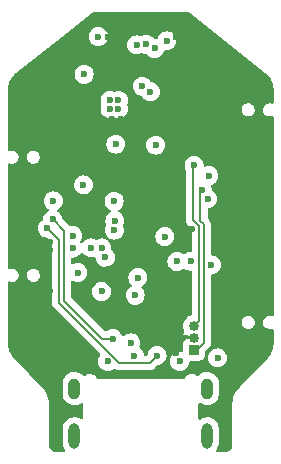
<source format=gbr>
G04 #@! TF.GenerationSoftware,KiCad,Pcbnew,7.0.5*
G04 #@! TF.CreationDate,2023-08-30T18:19:32+03:00*
G04 #@! TF.ProjectId,USB_duck_v2,5553425f-6475-4636-9b5f-76322e6b6963,rev?*
G04 #@! TF.SameCoordinates,Original*
G04 #@! TF.FileFunction,Copper,L3,Inr*
G04 #@! TF.FilePolarity,Positive*
%FSLAX46Y46*%
G04 Gerber Fmt 4.6, Leading zero omitted, Abs format (unit mm)*
G04 Created by KiCad (PCBNEW 7.0.5) date 2023-08-30 18:19:32*
%MOMM*%
%LPD*%
G01*
G04 APERTURE LIST*
G04 #@! TA.AperFunction,ComponentPad*
%ADD10R,0.850000X0.850000*%
G04 #@! TD*
G04 #@! TA.AperFunction,ComponentPad*
%ADD11O,0.850000X0.850000*%
G04 #@! TD*
G04 #@! TA.AperFunction,ComponentPad*
%ADD12O,1.000000X1.800000*%
G04 #@! TD*
G04 #@! TA.AperFunction,ComponentPad*
%ADD13O,0.950000X2.150000*%
G04 #@! TD*
G04 #@! TA.AperFunction,ViaPad*
%ADD14C,0.600000*%
G04 #@! TD*
G04 #@! TA.AperFunction,Conductor*
%ADD15C,0.200000*%
G04 #@! TD*
G04 APERTURE END LIST*
D10*
X4500000Y-27500000D03*
D11*
X4500000Y-26500000D03*
X4500000Y-25500000D03*
D12*
X-5620000Y-30800000D03*
D13*
X-5620000Y-34800000D03*
D12*
X5620000Y-30800000D03*
D13*
X5620000Y-34800000D03*
D14*
X-5100000Y-28900000D03*
X-7698911Y-22500500D03*
X7600000Y-22100000D03*
X-2800000Y-2700000D03*
X-2700000Y-20700000D03*
X-10300000Y-24000000D03*
X-7000000Y-28000000D03*
X2900000Y-3500000D03*
X-7200000Y-29900000D03*
X-1700000Y-8000000D03*
X-7000000Y-27000000D03*
X-6300000Y-29000000D03*
X7800000Y-14800000D03*
X7200000Y-29900000D03*
X8000000Y-8300000D03*
X-2400000Y-8000000D03*
X-7800000Y-5200000D03*
X-1100000Y-10200000D03*
X10200000Y-26400000D03*
X7210000Y-9700000D03*
X4354500Y-17321236D03*
X-4200000Y-29000000D03*
X-6900000Y-13700000D03*
X-7699500Y-19100000D03*
X-1200000Y-5200000D03*
X-10500000Y-14200000D03*
X-7699500Y-18406374D03*
X-2800000Y-1000000D03*
X-3100000Y-25100000D03*
X2390000Y-10180000D03*
X2985061Y-27765141D03*
X4300000Y-29000000D03*
X10500000Y-10300000D03*
X-7000000Y-26000000D03*
X6310000Y-19180000D03*
X2947060Y-1074626D03*
X-5769500Y-18900000D03*
X-5770000Y-17850000D03*
X5978819Y-20321888D03*
X-2110000Y-10110000D03*
X5652503Y-14723601D03*
X-2600000Y-6400000D03*
X-3323911Y-22576089D03*
X-2600000Y-7100000D03*
X6500000Y-28200000D03*
X-3000000Y-19700000D03*
X1270000Y-10190000D03*
X-4850000Y-13550000D03*
X-1900000Y-7100000D03*
X-1900000Y-6400000D03*
X5770000Y-12780000D03*
X-250500Y-21400000D03*
X3300000Y-28500000D03*
X-2800000Y-28500000D03*
X2200181Y-1359891D03*
X-4800000Y-4200000D03*
X-7400000Y-14900000D03*
X-5325000Y-20975000D03*
X453710Y-1644849D03*
X-350500Y-1700000D03*
X1380000Y-27999500D03*
X-7900000Y-17210000D03*
X813966Y-5670000D03*
X114474Y-5200000D03*
X-2371844Y-26559461D03*
X-7450500Y-16480000D03*
X-480000Y-22900000D03*
X-536944Y-28000500D03*
X-854406Y-26923008D03*
X1170000Y-2000000D03*
X-3600000Y-1000000D03*
X-3304891Y-18890000D03*
X3068920Y-20038067D03*
X4214183Y-20014183D03*
X5220000Y-14026406D03*
X4510000Y-11880000D03*
X-2260000Y-14930000D03*
X-2199509Y-16587576D03*
X-2246275Y-17388056D03*
X2034658Y-17925818D03*
X-4215496Y-18883700D03*
D15*
X779500Y-28600000D02*
X-1843504Y-28600000D01*
X-6900000Y-23543504D02*
X-6900000Y-18210000D01*
X1380000Y-27999500D02*
X779500Y-28600000D01*
X-1843504Y-28600000D02*
X-6900000Y-23543504D01*
X-6900000Y-18210000D02*
X-7900000Y-17210000D01*
X-3313318Y-26564500D02*
X-2442318Y-26564500D01*
X-2437279Y-26559461D02*
X-2371844Y-26559461D01*
X-6500000Y-17430500D02*
X-6500000Y-23377818D01*
X-6500000Y-23377818D02*
X-3313318Y-26564500D01*
X-7450500Y-16480000D02*
X-6500000Y-17430500D01*
X-2442318Y-26564500D02*
X-2437279Y-26559461D01*
X5053003Y-16605524D02*
X5354500Y-16907022D01*
X5053003Y-14193403D02*
X5053003Y-16605524D01*
X5354500Y-16907022D02*
X5354500Y-26915500D01*
X5220000Y-14026406D02*
X5053003Y-14193403D01*
X5354500Y-26915500D02*
X4770000Y-27500000D01*
X4770000Y-27500000D02*
X4500000Y-27500000D01*
X4510000Y-11880000D02*
X4450000Y-11940000D01*
X4450000Y-11940000D02*
X4450000Y-16568207D01*
X4450000Y-16568207D02*
X4954500Y-17072707D01*
X4954500Y-25045500D02*
X4500000Y-25500000D01*
X4954500Y-17072707D02*
X4954500Y-25045500D01*
G04 #@! TA.AperFunction,Conductor*
G36*
X4136375Y1029815D02*
G01*
X4146473Y1022587D01*
X10553738Y-4068117D01*
X10553739Y-4068118D01*
X10577531Y-4087021D01*
X10586772Y-4094364D01*
X10589790Y-4096924D01*
X10751915Y-4243663D01*
X10757459Y-4249371D01*
X10868346Y-4379249D01*
X10898130Y-4414133D01*
X10902904Y-4420513D01*
X11021311Y-4601954D01*
X11025229Y-4608893D01*
X11119405Y-4803995D01*
X11122401Y-4811379D01*
X11190803Y-5016945D01*
X11192829Y-5024652D01*
X11234328Y-5237293D01*
X11235349Y-5245195D01*
X11249372Y-5463124D01*
X11249500Y-5467106D01*
X11249500Y-6562706D01*
X11229815Y-6629745D01*
X11177011Y-6675500D01*
X11107853Y-6685444D01*
X11092046Y-6682108D01*
X10975665Y-6649500D01*
X10862342Y-6649500D01*
X10862341Y-6649500D01*
X10750082Y-6664929D01*
X10750079Y-6664930D01*
X10611283Y-6725217D01*
X10493889Y-6820724D01*
X10406623Y-6944352D01*
X10406621Y-6944355D01*
X10355946Y-7086939D01*
X10355946Y-7086942D01*
X10345619Y-7237918D01*
X10345619Y-7237921D01*
X10376405Y-7386078D01*
X10376407Y-7386083D01*
X10376408Y-7386085D01*
X10446029Y-7520447D01*
X10446031Y-7520449D01*
X10446032Y-7520451D01*
X10549318Y-7631043D01*
X10549320Y-7631044D01*
X10678618Y-7709672D01*
X10824335Y-7750500D01*
X10824336Y-7750500D01*
X10937659Y-7750500D01*
X10965723Y-7746642D01*
X11049920Y-7735070D01*
X11076099Y-7723698D01*
X11145427Y-7715044D01*
X11208432Y-7745246D01*
X11245106Y-7804716D01*
X11249500Y-7837432D01*
X11249500Y-24562706D01*
X11229815Y-24629745D01*
X11177011Y-24675500D01*
X11107853Y-24685444D01*
X11092046Y-24682108D01*
X10975665Y-24649500D01*
X10862342Y-24649500D01*
X10862341Y-24649500D01*
X10750082Y-24664929D01*
X10750079Y-24664930D01*
X10611283Y-24725217D01*
X10493889Y-24820724D01*
X10406623Y-24944352D01*
X10406621Y-24944355D01*
X10355946Y-25086939D01*
X10355946Y-25086942D01*
X10345619Y-25237918D01*
X10345619Y-25237921D01*
X10376405Y-25386078D01*
X10376407Y-25386083D01*
X10376408Y-25386085D01*
X10446029Y-25520447D01*
X10446031Y-25520449D01*
X10446032Y-25520451D01*
X10549318Y-25631043D01*
X10549320Y-25631044D01*
X10678618Y-25709672D01*
X10824335Y-25750500D01*
X10824336Y-25750500D01*
X10937659Y-25750500D01*
X10965723Y-25746642D01*
X11049920Y-25735070D01*
X11076099Y-25723698D01*
X11145427Y-25715044D01*
X11208432Y-25745246D01*
X11245106Y-25804716D01*
X11249500Y-25837432D01*
X11249500Y-26986029D01*
X11249372Y-26990013D01*
X11235319Y-27208320D01*
X11234297Y-27216227D01*
X11192757Y-27428972D01*
X11190729Y-27436682D01*
X11122262Y-27642339D01*
X11119264Y-27649723D01*
X11119142Y-27649978D01*
X11024993Y-27844911D01*
X11021072Y-27851852D01*
X10902558Y-28033340D01*
X10897779Y-28039722D01*
X10755644Y-28206080D01*
X10752959Y-28209025D01*
X8367127Y-30663025D01*
X8367087Y-30663070D01*
X8299890Y-30732182D01*
X8299888Y-30732185D01*
X8147473Y-30928112D01*
X8147472Y-30928113D01*
X8017529Y-31139608D01*
X8017521Y-31139622D01*
X7911629Y-31364112D01*
X7911624Y-31364124D01*
X7831058Y-31598905D01*
X7776794Y-31841134D01*
X7749497Y-32087857D01*
X7749500Y-32194065D01*
X7749500Y-35596462D01*
X7749097Y-35603520D01*
X7736898Y-35710079D01*
X7730523Y-35737557D01*
X7698126Y-35828575D01*
X7685706Y-35853901D01*
X7633579Y-35935239D01*
X7615758Y-35957102D01*
X7546597Y-36024556D01*
X7524295Y-36041826D01*
X7441684Y-36091901D01*
X7416057Y-36103683D01*
X7336480Y-36129786D01*
X7324258Y-36133795D01*
X7296630Y-36139480D01*
X7189794Y-36149012D01*
X7182731Y-36149239D01*
X7140398Y-36148181D01*
X7125951Y-36149266D01*
X6524318Y-36149450D01*
X6457272Y-36129786D01*
X6411501Y-36076996D01*
X6401537Y-36007840D01*
X6422505Y-35954614D01*
X6477324Y-35875854D01*
X6555563Y-35693535D01*
X6595500Y-35499199D01*
X6595500Y-34150527D01*
X6580459Y-34002621D01*
X6580459Y-34002619D01*
X6521069Y-33813329D01*
X6521067Y-33813322D01*
X6424784Y-33639854D01*
X6424782Y-33639851D01*
X6295554Y-33489319D01*
X6295553Y-33489317D01*
X6138668Y-33367879D01*
X6138664Y-33367877D01*
X6090450Y-33344227D01*
X5960544Y-33280505D01*
X5960542Y-33280504D01*
X5960539Y-33280503D01*
X5960541Y-33280503D01*
X5768488Y-33230777D01*
X5768482Y-33230776D01*
X5570337Y-33220728D01*
X5570332Y-33220728D01*
X5374235Y-33250768D01*
X5374222Y-33250771D01*
X5188184Y-33319673D01*
X5188175Y-33319677D01*
X5060091Y-33399512D01*
X4992785Y-33418268D01*
X4926025Y-33397659D01*
X4881004Y-33344227D01*
X4870500Y-33294280D01*
X4870500Y-32137849D01*
X4890185Y-32070810D01*
X4942989Y-32025055D01*
X5012147Y-32015111D01*
X5070400Y-32039792D01*
X5088042Y-32053448D01*
X5270729Y-32143060D01*
X5467715Y-32194063D01*
X5670936Y-32204369D01*
X5872071Y-32173556D01*
X6062887Y-32102886D01*
X6235571Y-31995252D01*
X6383053Y-31855059D01*
X6499295Y-31688049D01*
X6579540Y-31501058D01*
X6620500Y-31301741D01*
X6620500Y-30349258D01*
X6607169Y-30218158D01*
X6605074Y-30197560D01*
X6544162Y-30003420D01*
X6544160Y-30003416D01*
X6544159Y-30003412D01*
X6445409Y-29825498D01*
X6445408Y-29825497D01*
X6445407Y-29825495D01*
X6312867Y-29671106D01*
X6312865Y-29671104D01*
X6151962Y-29546554D01*
X6151959Y-29546553D01*
X6151958Y-29546552D01*
X5969271Y-29456940D01*
X5772285Y-29405937D01*
X5772287Y-29405937D01*
X5636804Y-29399066D01*
X5569064Y-29395631D01*
X5569063Y-29395631D01*
X5569061Y-29395631D01*
X5367936Y-29426442D01*
X5367924Y-29426445D01*
X5177118Y-29497111D01*
X5177111Y-29497115D01*
X5004432Y-29604745D01*
X4869082Y-29733405D01*
X4806930Y-29765325D01*
X4737387Y-29758577D01*
X4696771Y-29732007D01*
X4638901Y-29675182D01*
X4520905Y-29602534D01*
X4520906Y-29602534D01*
X4389697Y-29557960D01*
X4389687Y-29557958D01*
X4374430Y-29556380D01*
X4358340Y-29553520D01*
X4357629Y-29553467D01*
X4343770Y-29552435D01*
X4318074Y-29550524D01*
X4316297Y-29550366D01*
X4276141Y-29546212D01*
X4259791Y-29546189D01*
X4251354Y-29545562D01*
X4251353Y-29545562D01*
X4251351Y-29545562D01*
X4179849Y-29556380D01*
X4127949Y-29564232D01*
X4011798Y-29609893D01*
X3908720Y-29680255D01*
X3823885Y-29771785D01*
X3823883Y-29771788D01*
X3823881Y-29771790D01*
X3823882Y-29771790D01*
X3761540Y-29879909D01*
X3761539Y-29879911D01*
X3758062Y-29885942D01*
X3755689Y-29884573D01*
X3718823Y-29928639D01*
X3652135Y-29949481D01*
X3649987Y-29949500D01*
X-3649987Y-29949500D01*
X-3717026Y-29929815D01*
X-3756048Y-29884780D01*
X-3758062Y-29885942D01*
X-3761539Y-29879911D01*
X-3761540Y-29879909D01*
X-3823882Y-29771790D01*
X-3823881Y-29771790D01*
X-3823883Y-29771788D01*
X-3823885Y-29771785D01*
X-3908720Y-29680255D01*
X-4011798Y-29609893D01*
X-4127949Y-29564232D01*
X-4251355Y-29545561D01*
X-4259794Y-29546189D01*
X-4276141Y-29546212D01*
X-4316283Y-29550364D01*
X-4318058Y-29550522D01*
X-4358342Y-29553520D01*
X-4374425Y-29556379D01*
X-4382752Y-29557240D01*
X-4389696Y-29557959D01*
X-4520898Y-29602531D01*
X-4520905Y-29602534D01*
X-4532857Y-29609893D01*
X-4638904Y-29675185D01*
X-4698796Y-29733995D01*
X-4760423Y-29766919D01*
X-4830066Y-29761299D01*
X-4879759Y-29726288D01*
X-4927131Y-29671107D01*
X-4927134Y-29671104D01*
X-5088037Y-29546554D01*
X-5088040Y-29546553D01*
X-5270728Y-29456940D01*
X-5467715Y-29405937D01*
X-5467712Y-29405937D01*
X-5670936Y-29395631D01*
X-5670938Y-29395631D01*
X-5872063Y-29426442D01*
X-5872075Y-29426445D01*
X-6062881Y-29497111D01*
X-6062884Y-29497113D01*
X-6062887Y-29497114D01*
X-6136513Y-29543005D01*
X-6235567Y-29604745D01*
X-6235569Y-29604747D01*
X-6235571Y-29604748D01*
X-6383053Y-29744941D01*
X-6452323Y-29844464D01*
X-6480383Y-29884780D01*
X-6499295Y-29911951D01*
X-6579540Y-30098942D01*
X-6599806Y-30197560D01*
X-6620500Y-30298258D01*
X-6620500Y-31250743D01*
X-6605074Y-31402439D01*
X-6557562Y-31553870D01*
X-6544159Y-31596588D01*
X-6445409Y-31774502D01*
X-6312866Y-31928895D01*
X-6151958Y-32053448D01*
X-5969271Y-32143060D01*
X-5772285Y-32194063D01*
X-5569064Y-32204369D01*
X-5367929Y-32173556D01*
X-5177113Y-32102886D01*
X-5060090Y-32029945D01*
X-4992786Y-32011190D01*
X-4926025Y-32031799D01*
X-4881004Y-32085231D01*
X-4870500Y-32135178D01*
X-4870500Y-33293766D01*
X-4890185Y-33360805D01*
X-4942989Y-33406560D01*
X-5012147Y-33416504D01*
X-5070398Y-33391824D01*
X-5101334Y-33367878D01*
X-5199598Y-33319677D01*
X-5279460Y-33280503D01*
X-5279458Y-33280503D01*
X-5471511Y-33230777D01*
X-5471517Y-33230776D01*
X-5669662Y-33220728D01*
X-5669667Y-33220728D01*
X-5865764Y-33250768D01*
X-5865777Y-33250771D01*
X-6051815Y-33319673D01*
X-6051824Y-33319677D01*
X-6220184Y-33424616D01*
X-6220191Y-33424621D01*
X-6363983Y-33561306D01*
X-6363986Y-33561309D01*
X-6477324Y-33724146D01*
X-6555563Y-33906465D01*
X-6587292Y-34060863D01*
X-6595500Y-34100800D01*
X-6595500Y-35449474D01*
X-6580459Y-35597380D01*
X-6557838Y-35669478D01*
X-6521067Y-35786678D01*
X-6424784Y-35960146D01*
X-6424781Y-35960148D01*
X-6421913Y-35965317D01*
X-6406590Y-36033486D01*
X-6430553Y-36099117D01*
X-6486196Y-36141374D01*
X-6530379Y-36149495D01*
X-7125936Y-36149269D01*
X-7140429Y-36148182D01*
X-7182717Y-36149239D01*
X-7189779Y-36149012D01*
X-7282236Y-36140764D01*
X-7296628Y-36139480D01*
X-7324258Y-36133794D01*
X-7416055Y-36103682D01*
X-7441682Y-36091899D01*
X-7524294Y-36041824D01*
X-7546596Y-36024555D01*
X-7615758Y-35957101D01*
X-7633581Y-35935236D01*
X-7685707Y-35853898D01*
X-7698126Y-35828573D01*
X-7730521Y-35737561D01*
X-7736896Y-35710084D01*
X-7749097Y-35603509D01*
X-7749500Y-35596452D01*
X-7749500Y-32194065D01*
X-7749497Y-32087858D01*
X-7776793Y-31841132D01*
X-7831055Y-31598907D01*
X-7911622Y-31364125D01*
X-8017522Y-31139614D01*
X-8147469Y-30928112D01*
X-8147470Y-30928111D01*
X-8299882Y-30732187D01*
X-8369191Y-30660903D01*
X-8369203Y-30660891D01*
X-8373069Y-30656913D01*
X-8417193Y-30611530D01*
X-8417192Y-30611530D01*
X-9444382Y-29554993D01*
X-10752990Y-28208996D01*
X-10755676Y-28206050D01*
X-10897783Y-28039724D01*
X-10902562Y-28033343D01*
X-11021074Y-27851855D01*
X-11024995Y-27844913D01*
X-11119264Y-27649729D01*
X-11122263Y-27642342D01*
X-11190732Y-27436683D01*
X-11192760Y-27428971D01*
X-11234298Y-27216229D01*
X-11235320Y-27208322D01*
X-11249372Y-26990013D01*
X-11249500Y-26986030D01*
X-11249500Y-21837293D01*
X-11229815Y-21770254D01*
X-11177011Y-21724499D01*
X-11107853Y-21714555D01*
X-11092057Y-21717888D01*
X-10975665Y-21750500D01*
X-10975664Y-21750500D01*
X-10862341Y-21750500D01*
X-10824921Y-21745356D01*
X-10750080Y-21735070D01*
X-10671158Y-21700789D01*
X-10611283Y-21674782D01*
X-10611281Y-21674780D01*
X-10611280Y-21674780D01*
X-10493892Y-21579278D01*
X-10493891Y-21579276D01*
X-10493889Y-21579275D01*
X-10406623Y-21455647D01*
X-10406621Y-21455644D01*
X-10355946Y-21313060D01*
X-10355946Y-21313057D01*
X-10350807Y-21237921D01*
X-9654381Y-21237921D01*
X-9623594Y-21386078D01*
X-9623593Y-21386079D01*
X-9623592Y-21386085D01*
X-9553971Y-21520447D01*
X-9450680Y-21631044D01*
X-9321382Y-21709672D01*
X-9175665Y-21750500D01*
X-9175664Y-21750500D01*
X-9062341Y-21750500D01*
X-9024921Y-21745356D01*
X-8950080Y-21735070D01*
X-8871158Y-21700789D01*
X-8811283Y-21674782D01*
X-8811281Y-21674780D01*
X-8811280Y-21674780D01*
X-8693892Y-21579278D01*
X-8693891Y-21579276D01*
X-8693889Y-21579275D01*
X-8606623Y-21455647D01*
X-8606621Y-21455644D01*
X-8555946Y-21313060D01*
X-8555946Y-21313057D01*
X-8545619Y-21162079D01*
X-8545619Y-21162074D01*
X-8576405Y-21013921D01*
X-8576408Y-21013915D01*
X-8613283Y-20942750D01*
X-8646029Y-20879553D01*
X-8646030Y-20879551D01*
X-8646032Y-20879548D01*
X-8749318Y-20768956D01*
X-8878616Y-20690329D01*
X-8878615Y-20690329D01*
X-8878617Y-20690328D01*
X-8878618Y-20690328D01*
X-9024335Y-20649500D01*
X-9137658Y-20649500D01*
X-9137659Y-20649500D01*
X-9249917Y-20664929D01*
X-9249920Y-20664930D01*
X-9388716Y-20725217D01*
X-9388719Y-20725219D01*
X-9388720Y-20725220D01*
X-9504910Y-20819748D01*
X-9506110Y-20820724D01*
X-9593376Y-20944352D01*
X-9593378Y-20944355D01*
X-9644053Y-21086939D01*
X-9644053Y-21086941D01*
X-9644054Y-21086944D01*
X-9654381Y-21237921D01*
X-10350807Y-21237921D01*
X-10345619Y-21162079D01*
X-10345619Y-21162074D01*
X-10376405Y-21013921D01*
X-10376408Y-21013915D01*
X-10413283Y-20942750D01*
X-10446029Y-20879553D01*
X-10446030Y-20879551D01*
X-10446032Y-20879548D01*
X-10549318Y-20768956D01*
X-10678616Y-20690329D01*
X-10678615Y-20690329D01*
X-10678617Y-20690328D01*
X-10678618Y-20690328D01*
X-10824335Y-20649500D01*
X-10937658Y-20649500D01*
X-10937659Y-20649500D01*
X-11049917Y-20664929D01*
X-11049920Y-20664930D01*
X-11071286Y-20674211D01*
X-11076098Y-20676301D01*
X-11145430Y-20684955D01*
X-11208434Y-20654751D01*
X-11245107Y-20595280D01*
X-11249500Y-20562567D01*
X-11249500Y-17210003D01*
X-8705565Y-17210003D01*
X-8690046Y-17347737D01*
X-8685368Y-17389255D01*
X-8625789Y-17559522D01*
X-8529816Y-17712262D01*
X-8402262Y-17839816D01*
X-8249522Y-17935789D01*
X-8079255Y-17995368D01*
X-7992329Y-18005161D01*
X-7927918Y-18032226D01*
X-7918543Y-18040690D01*
X-7536816Y-18422417D01*
X-7503333Y-18483738D01*
X-7500499Y-18510095D01*
X-7500499Y-23500091D01*
X-7501028Y-23508156D01*
X-7505682Y-23543504D01*
X-7500500Y-23582865D01*
X-7485044Y-23700266D01*
X-7424536Y-23846345D01*
X-7328282Y-23971786D01*
X-7299999Y-23993487D01*
X-7293922Y-23998815D01*
X-3447714Y-27845023D01*
X-3414231Y-27906344D01*
X-3419215Y-27976036D01*
X-3430401Y-27998669D01*
X-3469180Y-28060385D01*
X-3525788Y-28150475D01*
X-3585368Y-28320745D01*
X-3585369Y-28320750D01*
X-3605565Y-28499996D01*
X-3605565Y-28500003D01*
X-3599985Y-28549523D01*
X-3585368Y-28679255D01*
X-3525789Y-28849522D01*
X-3429816Y-29002262D01*
X-3302262Y-29129816D01*
X-3149522Y-29225789D01*
X-2979255Y-29285368D01*
X-2979252Y-29285368D01*
X-2979249Y-29285369D01*
X-2800004Y-29305565D01*
X-2800000Y-29305565D01*
X-2799996Y-29305565D01*
X-2620750Y-29285369D01*
X-2620745Y-29285368D01*
X-2620744Y-29285367D01*
X-2450478Y-29225789D01*
X-2297738Y-29129816D01*
X-2297735Y-29129813D01*
X-2295971Y-29128406D01*
X-2294610Y-29127850D01*
X-2291842Y-29126111D01*
X-2291537Y-29126595D01*
X-2231286Y-29101994D01*
X-2162590Y-29114747D01*
X-2153410Y-29120527D01*
X-2153380Y-29120474D01*
X-2146349Y-29124532D01*
X-2146345Y-29124536D01*
X-2000266Y-29185044D01*
X-1895758Y-29198802D01*
X-1843505Y-29205682D01*
X-1843504Y-29205682D01*
X-1808174Y-29201030D01*
X-1800076Y-29200500D01*
X736072Y-29200500D01*
X744170Y-29201030D01*
X779500Y-29205682D01*
X779501Y-29205682D01*
X831753Y-29198802D01*
X936262Y-29185044D01*
X1082341Y-29124536D01*
X1097771Y-29112696D01*
X1207782Y-29028282D01*
X1229483Y-28999999D01*
X1234811Y-28993922D01*
X1398535Y-28830198D01*
X1459856Y-28796715D01*
X1472311Y-28794663D01*
X1559255Y-28784868D01*
X1729522Y-28725289D01*
X1882262Y-28629316D01*
X2009816Y-28501762D01*
X2105789Y-28349022D01*
X2165368Y-28178755D01*
X2168555Y-28150476D01*
X2185565Y-27999500D01*
X2185565Y-27999496D01*
X2165369Y-27820250D01*
X2165368Y-27820245D01*
X2140074Y-27747959D01*
X2105789Y-27649978D01*
X2105631Y-27649727D01*
X2044742Y-27552822D01*
X2009816Y-27497238D01*
X1882262Y-27369684D01*
X1865042Y-27358864D01*
X1729523Y-27273711D01*
X1559254Y-27214131D01*
X1559249Y-27214130D01*
X1380004Y-27193935D01*
X1379996Y-27193935D01*
X1200750Y-27214130D01*
X1200745Y-27214131D01*
X1030476Y-27273711D01*
X877737Y-27369684D01*
X750184Y-27497237D01*
X654210Y-27649978D01*
X594630Y-27820251D01*
X586842Y-27889382D01*
X559776Y-27953797D01*
X502182Y-27993352D01*
X463622Y-27999500D01*
X379322Y-27999500D01*
X312283Y-27979815D01*
X266528Y-27927011D01*
X256102Y-27889384D01*
X248425Y-27821249D01*
X248424Y-27821245D01*
X205207Y-27697738D01*
X188845Y-27650978D01*
X188215Y-27649976D01*
X92871Y-27498237D01*
X-34683Y-27370682D01*
X-34685Y-27370681D01*
X-56113Y-27357217D01*
X-102404Y-27304882D01*
X-113051Y-27235829D01*
X-107182Y-27211272D01*
X-85531Y-27149398D01*
X-69038Y-27102267D01*
X-69036Y-27102257D01*
X-48841Y-26923011D01*
X-48841Y-26923004D01*
X-69036Y-26743758D01*
X-69037Y-26743753D01*
X-128617Y-26573484D01*
X-224590Y-26420745D01*
X-352143Y-26293192D01*
X-504882Y-26197219D01*
X-675151Y-26137639D01*
X-675156Y-26137638D01*
X-854402Y-26117443D01*
X-854410Y-26117443D01*
X-1033655Y-26137638D01*
X-1033660Y-26137639D01*
X-1203929Y-26197219D01*
X-1356668Y-26293192D01*
X-1409918Y-26346442D01*
X-1471241Y-26379927D01*
X-1540933Y-26374943D01*
X-1596866Y-26333071D01*
X-1614641Y-26299715D01*
X-1646054Y-26209939D01*
X-1742028Y-26057198D01*
X-1869581Y-25929645D01*
X-2022320Y-25833672D01*
X-2192589Y-25774092D01*
X-2192594Y-25774091D01*
X-2371840Y-25753896D01*
X-2371848Y-25753896D01*
X-2551093Y-25774091D01*
X-2551098Y-25774092D01*
X-2721367Y-25833672D01*
X-2874106Y-25929645D01*
X-2879549Y-25933986D01*
X-2880804Y-25932411D01*
X-2933465Y-25961166D01*
X-2959823Y-25964000D01*
X-3013221Y-25964000D01*
X-3080260Y-25944315D01*
X-3100902Y-25927681D01*
X-5863181Y-23165402D01*
X-5896666Y-23104079D01*
X-5899500Y-23077721D01*
X-5899500Y-22576092D01*
X-4129476Y-22576092D01*
X-4113177Y-22720750D01*
X-4109279Y-22755344D01*
X-4049700Y-22925611D01*
X-3953727Y-23078351D01*
X-3826173Y-23205905D01*
X-3673433Y-23301878D01*
X-3503166Y-23361457D01*
X-3503163Y-23361457D01*
X-3503160Y-23361458D01*
X-3323915Y-23381654D01*
X-3323911Y-23381654D01*
X-3323907Y-23381654D01*
X-3144661Y-23361458D01*
X-3144656Y-23361457D01*
X-3144655Y-23361457D01*
X-2974389Y-23301878D01*
X-2821649Y-23205905D01*
X-2694095Y-23078351D01*
X-2693699Y-23077721D01*
X-2598122Y-22925612D01*
X-2589161Y-22900003D01*
X-1285565Y-22900003D01*
X-1265541Y-23077721D01*
X-1265368Y-23079255D01*
X-1205789Y-23249522D01*
X-1109816Y-23402262D01*
X-982262Y-23529816D01*
X-829522Y-23625789D01*
X-659255Y-23685368D01*
X-659252Y-23685368D01*
X-659249Y-23685369D01*
X-480004Y-23705565D01*
X-480000Y-23705565D01*
X-479996Y-23705565D01*
X-300750Y-23685369D01*
X-300745Y-23685368D01*
X-300744Y-23685367D01*
X-130478Y-23625789D01*
X22262Y-23529816D01*
X149816Y-23402262D01*
X245789Y-23249522D01*
X305368Y-23079255D01*
X305541Y-23077721D01*
X325565Y-22900003D01*
X325565Y-22899996D01*
X305369Y-22720750D01*
X305368Y-22720745D01*
X305368Y-22720744D01*
X245789Y-22550478D01*
X149816Y-22397738D01*
X73153Y-22321075D01*
X39669Y-22259753D01*
X44653Y-22190061D01*
X86525Y-22134128D01*
X94863Y-22128401D01*
X99017Y-22125790D01*
X99022Y-22125789D01*
X251762Y-22029816D01*
X379316Y-21902262D01*
X475289Y-21749522D01*
X534868Y-21579255D01*
X534869Y-21579249D01*
X555065Y-21400003D01*
X555065Y-21399996D01*
X534869Y-21220750D01*
X534868Y-21220745D01*
X502224Y-21127453D01*
X475289Y-21050478D01*
X473528Y-21047676D01*
X408606Y-20944353D01*
X379316Y-20897738D01*
X251762Y-20770184D01*
X241691Y-20763856D01*
X99023Y-20674211D01*
X-71245Y-20614631D01*
X-71250Y-20614630D01*
X-250496Y-20594435D01*
X-250504Y-20594435D01*
X-429749Y-20614630D01*
X-429754Y-20614631D01*
X-600023Y-20674211D01*
X-742691Y-20763856D01*
X-752762Y-20770184D01*
X-880316Y-20897738D01*
X-909606Y-20944353D01*
X-974528Y-21047676D01*
X-976289Y-21050478D01*
X-1003224Y-21127453D01*
X-1035868Y-21220745D01*
X-1035869Y-21220750D01*
X-1056065Y-21399996D01*
X-1056065Y-21400003D01*
X-1035869Y-21579249D01*
X-1035868Y-21579255D01*
X-976289Y-21749522D01*
X-880316Y-21902262D01*
X-803651Y-21978926D01*
X-770169Y-22040245D01*
X-775153Y-22109937D01*
X-817024Y-22165871D01*
X-825363Y-22171598D01*
X-829521Y-22174210D01*
X-829522Y-22174211D01*
X-982262Y-22270184D01*
X-1109816Y-22397738D01*
X-1205789Y-22550478D01*
X-1265368Y-22720744D01*
X-1265368Y-22720745D01*
X-1265369Y-22720750D01*
X-1285565Y-22899996D01*
X-1285565Y-22900003D01*
X-2589161Y-22900003D01*
X-2538542Y-22755343D01*
X-2538541Y-22755338D01*
X-2518346Y-22576092D01*
X-2518346Y-22576085D01*
X-2538541Y-22396839D01*
X-2538542Y-22396834D01*
X-2598122Y-22226565D01*
X-2694095Y-22073826D01*
X-2821648Y-21946273D01*
X-2974387Y-21850300D01*
X-3144656Y-21790720D01*
X-3144661Y-21790719D01*
X-3323907Y-21770524D01*
X-3323915Y-21770524D01*
X-3503160Y-21790719D01*
X-3503165Y-21790720D01*
X-3673434Y-21850300D01*
X-3756130Y-21902262D01*
X-3826173Y-21946273D01*
X-3953727Y-22073827D01*
X-3986377Y-22125789D01*
X-4049699Y-22226565D01*
X-4109279Y-22396834D01*
X-4109280Y-22396839D01*
X-4129476Y-22576085D01*
X-4129476Y-22576092D01*
X-5899500Y-22576092D01*
X-5899500Y-21783787D01*
X-5879815Y-21716748D01*
X-5827011Y-21670993D01*
X-5757853Y-21661049D01*
X-5709526Y-21678794D01*
X-5674522Y-21700789D01*
X-5504255Y-21760368D01*
X-5504252Y-21760368D01*
X-5504249Y-21760369D01*
X-5325004Y-21780565D01*
X-5325000Y-21780565D01*
X-5324996Y-21780565D01*
X-5145750Y-21760369D01*
X-5145745Y-21760368D01*
X-5114749Y-21749522D01*
X-4975478Y-21700789D01*
X-4822738Y-21604816D01*
X-4695184Y-21477262D01*
X-4646637Y-21400000D01*
X-4599211Y-21324523D01*
X-4539631Y-21154254D01*
X-4539630Y-21154249D01*
X-4519435Y-20975003D01*
X-4519435Y-20974996D01*
X-4539630Y-20795750D01*
X-4539631Y-20795745D01*
X-4599211Y-20625476D01*
X-4695184Y-20472737D01*
X-4822737Y-20345184D01*
X-4975476Y-20249211D01*
X-5145745Y-20189631D01*
X-5145750Y-20189630D01*
X-5324996Y-20169435D01*
X-5325004Y-20169435D01*
X-5504249Y-20189630D01*
X-5504254Y-20189631D01*
X-5674525Y-20249212D01*
X-5709529Y-20271206D01*
X-5776766Y-20290206D01*
X-5843601Y-20269838D01*
X-5888814Y-20216569D01*
X-5899500Y-20166212D01*
X-5899500Y-19829565D01*
X-5879815Y-19762526D01*
X-5827011Y-19716771D01*
X-5775500Y-19705565D01*
X-5769497Y-19705565D01*
X-5590250Y-19685369D01*
X-5590245Y-19685368D01*
X-5543665Y-19669069D01*
X-5419978Y-19625789D01*
X-5394036Y-19609489D01*
X-5357580Y-19586581D01*
X-5267238Y-19529816D01*
X-5139684Y-19402262D01*
X-5139683Y-19402262D01*
X-5139682Y-19402260D01*
X-5092369Y-19326962D01*
X-5040034Y-19280672D01*
X-4970981Y-19270024D01*
X-4907133Y-19298399D01*
X-4882388Y-19326955D01*
X-4845312Y-19385962D01*
X-4717758Y-19513516D01*
X-4565018Y-19609489D01*
X-4394751Y-19669068D01*
X-4394748Y-19669068D01*
X-4394745Y-19669069D01*
X-4215500Y-19689265D01*
X-4215496Y-19689265D01*
X-4215492Y-19689265D01*
X-4036246Y-19669069D01*
X-4036242Y-19669068D01*
X-4036241Y-19669068D01*
X-4036239Y-19669067D01*
X-4036233Y-19669066D01*
X-3964433Y-19643942D01*
X-3894654Y-19640380D01*
X-3834027Y-19675108D01*
X-3801799Y-19737102D01*
X-3800258Y-19747100D01*
X-3787672Y-19858812D01*
X-3785368Y-19879255D01*
X-3725789Y-20049522D01*
X-3629816Y-20202262D01*
X-3502262Y-20329816D01*
X-3349522Y-20425789D01*
X-3179255Y-20485368D01*
X-3179252Y-20485368D01*
X-3179249Y-20485369D01*
X-3000004Y-20505565D01*
X-3000000Y-20505565D01*
X-2999996Y-20505565D01*
X-2820750Y-20485369D01*
X-2820745Y-20485368D01*
X-2784648Y-20472737D01*
X-2650478Y-20425789D01*
X-2497738Y-20329816D01*
X-2370184Y-20202262D01*
X-2347532Y-20166212D01*
X-2274211Y-20049523D01*
X-2270203Y-20038070D01*
X2263355Y-20038070D01*
X2283550Y-20217316D01*
X2283551Y-20217321D01*
X2343131Y-20387590D01*
X2404570Y-20485369D01*
X2439104Y-20540329D01*
X2566658Y-20667883D01*
X2719398Y-20763856D01*
X2834106Y-20803994D01*
X2889665Y-20823435D01*
X2889670Y-20823436D01*
X3068916Y-20843632D01*
X3068920Y-20843632D01*
X3068924Y-20843632D01*
X3248169Y-20823436D01*
X3248172Y-20823435D01*
X3248175Y-20823435D01*
X3418442Y-20763856D01*
X3571182Y-20667883D01*
X3571184Y-20667880D01*
X3576630Y-20663539D01*
X3577631Y-20664795D01*
X3631542Y-20635349D01*
X3701234Y-20640325D01*
X3723887Y-20651518D01*
X3841178Y-20725217D01*
X3864661Y-20739972D01*
X4024051Y-20795745D01*
X4034928Y-20799551D01*
X4034933Y-20799552D01*
X4137831Y-20811145D01*
X4214183Y-20819748D01*
X4216112Y-20819530D01*
X4217354Y-20819748D01*
X4221147Y-20819748D01*
X4221147Y-20820412D01*
X4284932Y-20831581D01*
X4336314Y-20878927D01*
X4354000Y-20942750D01*
X4354000Y-24484444D01*
X4334315Y-24551483D01*
X4281511Y-24597238D01*
X4255781Y-24605734D01*
X4212431Y-24614948D01*
X4034702Y-24694076D01*
X3877305Y-24808433D01*
X3877302Y-24808435D01*
X3747129Y-24953009D01*
X3649857Y-25121488D01*
X3649856Y-25121489D01*
X3589738Y-25306516D01*
X3569402Y-25500000D01*
X3589738Y-25693483D01*
X3649856Y-25878510D01*
X3649857Y-25878511D01*
X3684492Y-25938500D01*
X3700965Y-26006400D01*
X3684492Y-26062500D01*
X3650317Y-26121692D01*
X3650316Y-26121693D01*
X3608628Y-26249999D01*
X3608628Y-26250000D01*
X3917441Y-26250000D01*
X3984480Y-26269685D01*
X3990319Y-26273676D01*
X4034701Y-26305922D01*
X4105000Y-26337220D01*
X4158236Y-26382469D01*
X4178559Y-26449318D01*
X4159515Y-26516542D01*
X4107150Y-26562798D01*
X4054569Y-26574500D01*
X4027131Y-26574500D01*
X4027123Y-26574501D01*
X3967516Y-26580908D01*
X3832671Y-26631202D01*
X3832664Y-26631206D01*
X3710355Y-26722768D01*
X3708680Y-26720531D01*
X3659904Y-26747166D01*
X3633546Y-26750000D01*
X3608628Y-26750000D01*
X3620129Y-26785399D01*
X3622124Y-26855240D01*
X3618380Y-26867048D01*
X3580909Y-26967514D01*
X3580908Y-26967516D01*
X3574501Y-27027116D01*
X3574500Y-27027135D01*
X3574500Y-27586607D01*
X3554815Y-27653646D01*
X3502011Y-27699401D01*
X3436617Y-27709827D01*
X3300004Y-27694435D01*
X3299996Y-27694435D01*
X3120750Y-27714630D01*
X3120745Y-27714631D01*
X2950476Y-27774211D01*
X2797737Y-27870184D01*
X2670184Y-27997737D01*
X2574211Y-28150476D01*
X2514631Y-28320745D01*
X2514630Y-28320750D01*
X2494435Y-28499996D01*
X2494435Y-28500003D01*
X2514630Y-28679249D01*
X2514631Y-28679254D01*
X2574211Y-28849523D01*
X2659569Y-28985368D01*
X2670184Y-29002262D01*
X2797738Y-29129816D01*
X2950478Y-29225789D01*
X3120745Y-29285367D01*
X3120745Y-29285368D01*
X3120750Y-29285369D01*
X3299996Y-29305565D01*
X3300000Y-29305565D01*
X3300004Y-29305565D01*
X3479249Y-29285369D01*
X3479252Y-29285368D01*
X3479255Y-29285368D01*
X3649522Y-29225789D01*
X3802262Y-29129816D01*
X3929816Y-29002262D01*
X4025789Y-28849522D01*
X4085368Y-28679255D01*
X4101552Y-28535615D01*
X4128618Y-28471202D01*
X4186213Y-28431647D01*
X4224772Y-28425499D01*
X4972871Y-28425499D01*
X4972872Y-28425499D01*
X5032483Y-28419091D01*
X5167331Y-28368796D01*
X5282546Y-28282546D01*
X5344338Y-28200003D01*
X5694435Y-28200003D01*
X5714630Y-28379249D01*
X5714631Y-28379254D01*
X5774211Y-28549523D01*
X5824348Y-28629315D01*
X5870184Y-28702262D01*
X5997738Y-28829816D01*
X6150478Y-28925789D01*
X6320744Y-28985367D01*
X6320745Y-28985368D01*
X6320750Y-28985369D01*
X6499996Y-29005565D01*
X6500000Y-29005565D01*
X6500004Y-29005565D01*
X6679249Y-28985369D01*
X6679252Y-28985368D01*
X6679255Y-28985368D01*
X6849522Y-28925789D01*
X7002262Y-28829816D01*
X7129816Y-28702262D01*
X7225789Y-28549522D01*
X7285368Y-28379255D01*
X7285369Y-28379249D01*
X7305565Y-28200003D01*
X7305565Y-28199996D01*
X7285369Y-28020750D01*
X7285368Y-28020745D01*
X7277645Y-27998675D01*
X7225789Y-27850478D01*
X7222292Y-27844913D01*
X7161372Y-27747959D01*
X7129816Y-27697738D01*
X7002262Y-27570184D01*
X6974631Y-27552822D01*
X6849523Y-27474211D01*
X6679254Y-27414631D01*
X6679249Y-27414630D01*
X6500004Y-27394435D01*
X6499996Y-27394435D01*
X6320750Y-27414630D01*
X6320745Y-27414631D01*
X6150476Y-27474211D01*
X5997737Y-27570184D01*
X5870184Y-27697737D01*
X5774211Y-27850476D01*
X5714631Y-28020745D01*
X5714630Y-28020750D01*
X5694435Y-28199996D01*
X5694435Y-28200003D01*
X5344338Y-28200003D01*
X5368796Y-28167331D01*
X5419091Y-28032483D01*
X5425500Y-27972873D01*
X5425499Y-27745096D01*
X5445183Y-27678057D01*
X5461813Y-27657420D01*
X5748422Y-27370811D01*
X5754499Y-27365483D01*
X5782782Y-27343782D01*
X5879036Y-27218341D01*
X5939544Y-27072262D01*
X5947386Y-27012699D01*
X5960182Y-26915500D01*
X5955530Y-26880169D01*
X5955000Y-26872071D01*
X5955000Y-25237921D01*
X8545619Y-25237921D01*
X8576405Y-25386078D01*
X8576407Y-25386083D01*
X8576408Y-25386085D01*
X8646029Y-25520447D01*
X8646031Y-25520449D01*
X8646032Y-25520451D01*
X8749318Y-25631043D01*
X8749320Y-25631044D01*
X8878618Y-25709672D01*
X9024335Y-25750500D01*
X9024336Y-25750500D01*
X9137659Y-25750500D01*
X9165723Y-25746642D01*
X9249920Y-25735070D01*
X9359854Y-25687318D01*
X9388716Y-25674782D01*
X9388716Y-25674781D01*
X9388720Y-25674780D01*
X9506108Y-25579278D01*
X9593377Y-25455647D01*
X9600255Y-25436293D01*
X9644053Y-25313060D01*
X9644053Y-25313058D01*
X9644054Y-25313056D01*
X9654381Y-25162079D01*
X9638768Y-25086944D01*
X9623594Y-25013921D01*
X9623592Y-25013918D01*
X9623592Y-25013915D01*
X9553971Y-24879553D01*
X9553967Y-24879549D01*
X9553967Y-24879548D01*
X9450681Y-24768956D01*
X9372053Y-24721141D01*
X9321382Y-24690328D01*
X9175665Y-24649500D01*
X9062342Y-24649500D01*
X9062341Y-24649500D01*
X8950082Y-24664929D01*
X8950079Y-24664930D01*
X8811283Y-24725217D01*
X8693889Y-24820724D01*
X8606623Y-24944352D01*
X8606621Y-24944355D01*
X8555946Y-25086939D01*
X8555946Y-25086942D01*
X8545619Y-25237918D01*
X8545619Y-25237921D01*
X5955000Y-25237921D01*
X5955000Y-21240950D01*
X5974685Y-21173911D01*
X6027489Y-21128156D01*
X6065117Y-21117730D01*
X6158068Y-21107257D01*
X6158071Y-21107256D01*
X6158074Y-21107256D01*
X6328341Y-21047677D01*
X6481081Y-20951704D01*
X6608635Y-20824150D01*
X6704608Y-20671410D01*
X6764187Y-20501143D01*
X6764188Y-20501137D01*
X6784384Y-20321891D01*
X6784384Y-20321884D01*
X6764188Y-20142638D01*
X6764187Y-20142633D01*
X6704607Y-19972364D01*
X6608634Y-19819625D01*
X6481081Y-19692072D01*
X6328342Y-19596099D01*
X6158073Y-19536519D01*
X6158069Y-19536518D01*
X6065116Y-19526045D01*
X6000702Y-19498978D01*
X5961147Y-19441383D01*
X5955000Y-19402825D01*
X5955000Y-16950451D01*
X5955531Y-16942349D01*
X5956223Y-16937098D01*
X5960182Y-16907023D01*
X5954055Y-16860478D01*
X5942125Y-16769864D01*
X5939544Y-16750263D01*
X5939544Y-16750260D01*
X5903096Y-16662267D01*
X5880440Y-16607568D01*
X5879037Y-16604181D01*
X5806953Y-16510240D01*
X5806950Y-16510237D01*
X5782781Y-16478739D01*
X5770536Y-16469343D01*
X5754509Y-16457045D01*
X5748408Y-16451695D01*
X5689821Y-16393106D01*
X5656337Y-16331783D01*
X5653503Y-16305426D01*
X5653503Y-15639866D01*
X5673188Y-15572827D01*
X5725992Y-15527072D01*
X5763621Y-15516646D01*
X5831752Y-15508970D01*
X5831755Y-15508969D01*
X5831758Y-15508969D01*
X6002025Y-15449390D01*
X6154765Y-15353417D01*
X6282319Y-15225863D01*
X6378292Y-15073123D01*
X6437871Y-14902856D01*
X6437872Y-14902850D01*
X6458068Y-14723604D01*
X6458068Y-14723597D01*
X6437872Y-14544351D01*
X6437871Y-14544346D01*
X6397068Y-14427737D01*
X6378292Y-14374079D01*
X6282319Y-14221339D01*
X6154765Y-14093785D01*
X6154763Y-14093783D01*
X6074452Y-14043320D01*
X6028162Y-13990985D01*
X6017205Y-13952210D01*
X6005369Y-13847155D01*
X6005366Y-13847143D01*
X5952358Y-13695655D01*
X5948796Y-13625876D01*
X5983524Y-13565249D01*
X6028444Y-13537658D01*
X6119522Y-13505789D01*
X6272262Y-13409816D01*
X6399816Y-13282262D01*
X6495789Y-13129522D01*
X6555368Y-12959255D01*
X6555369Y-12959249D01*
X6575565Y-12780003D01*
X6575565Y-12779996D01*
X6555369Y-12600750D01*
X6555368Y-12600745D01*
X6495788Y-12430476D01*
X6434808Y-12333428D01*
X6399816Y-12277738D01*
X6272262Y-12150184D01*
X6119523Y-12054211D01*
X5949254Y-11994631D01*
X5949249Y-11994630D01*
X5770004Y-11974435D01*
X5769996Y-11974435D01*
X5590750Y-11994630D01*
X5590742Y-11994632D01*
X5477094Y-12034399D01*
X5407315Y-12037960D01*
X5346688Y-12003231D01*
X5314461Y-11941237D01*
X5312920Y-11903471D01*
X5315565Y-11879999D01*
X5315565Y-11879996D01*
X5295369Y-11700750D01*
X5295368Y-11700745D01*
X5271229Y-11631761D01*
X5235789Y-11530478D01*
X5139816Y-11377738D01*
X5012262Y-11250184D01*
X4992741Y-11237918D01*
X4859523Y-11154211D01*
X4689254Y-11094631D01*
X4689249Y-11094630D01*
X4510004Y-11074435D01*
X4509996Y-11074435D01*
X4330750Y-11094630D01*
X4330745Y-11094631D01*
X4160476Y-11154211D01*
X4007737Y-11250184D01*
X3880184Y-11377737D01*
X3784211Y-11530476D01*
X3724631Y-11700745D01*
X3724630Y-11700750D01*
X3704435Y-11879996D01*
X3704435Y-11880003D01*
X3724630Y-12059249D01*
X3724631Y-12059254D01*
X3784211Y-12229524D01*
X3830493Y-12303179D01*
X3849500Y-12369152D01*
X3849500Y-16524778D01*
X3848969Y-16532876D01*
X3844318Y-16568207D01*
X3846867Y-16587572D01*
X3849500Y-16607567D01*
X3864955Y-16724967D01*
X3864956Y-16724969D01*
X3925464Y-16871048D01*
X4021718Y-16996489D01*
X4049995Y-17018187D01*
X4056085Y-17023527D01*
X4232587Y-17200029D01*
X4317681Y-17285123D01*
X4351166Y-17346446D01*
X4354000Y-17372804D01*
X4354000Y-19085615D01*
X4334315Y-19152654D01*
X4281511Y-19198409D01*
X4221146Y-19208035D01*
X4221146Y-19208618D01*
X4217492Y-19208618D01*
X4216125Y-19208836D01*
X4214189Y-19208618D01*
X4214179Y-19208618D01*
X4034933Y-19228813D01*
X4034928Y-19228814D01*
X3864659Y-19288394D01*
X3711917Y-19384369D01*
X3706473Y-19388711D01*
X3705474Y-19387458D01*
X3651530Y-19416907D01*
X3581839Y-19411913D01*
X3559215Y-19400731D01*
X3418443Y-19312278D01*
X3248174Y-19252698D01*
X3248169Y-19252697D01*
X3068924Y-19232502D01*
X3068916Y-19232502D01*
X2889670Y-19252697D01*
X2889665Y-19252698D01*
X2719396Y-19312278D01*
X2566657Y-19408251D01*
X2439104Y-19535804D01*
X2343131Y-19688543D01*
X2283551Y-19858812D01*
X2283550Y-19858817D01*
X2263355Y-20038063D01*
X2263355Y-20038070D01*
X-2270203Y-20038070D01*
X-2214631Y-19879254D01*
X-2214630Y-19879249D01*
X-2194435Y-19700003D01*
X-2194435Y-19699996D01*
X-2214630Y-19520750D01*
X-2214631Y-19520745D01*
X-2274211Y-19350476D01*
X-2370184Y-19197737D01*
X-2370185Y-19197736D01*
X-2475186Y-19092734D01*
X-2508670Y-19031411D01*
X-2510724Y-18991171D01*
X-2499326Y-18890003D01*
X-2499326Y-18889996D01*
X-2519521Y-18710750D01*
X-2519522Y-18710745D01*
X-2579102Y-18540476D01*
X-2675074Y-18387739D01*
X-2767862Y-18294951D01*
X-2801346Y-18233627D01*
X-2796802Y-18170100D01*
X-2862138Y-18194469D01*
X-2930411Y-18179617D01*
X-2936955Y-18175780D01*
X-2955366Y-18164211D01*
X-3125636Y-18104631D01*
X-3125641Y-18104630D01*
X-3304887Y-18084435D01*
X-3304895Y-18084435D01*
X-3484140Y-18104630D01*
X-3484153Y-18104633D01*
X-3654409Y-18164209D01*
X-3654413Y-18164210D01*
X-3689208Y-18186074D01*
X-3756444Y-18205074D01*
X-3821151Y-18186075D01*
X-3865978Y-18157908D01*
X-4036233Y-18098333D01*
X-4036246Y-18098330D01*
X-4215492Y-18078135D01*
X-4215500Y-18078135D01*
X-4394745Y-18098330D01*
X-4394750Y-18098331D01*
X-4565019Y-18157911D01*
X-4675811Y-18227527D01*
X-4717758Y-18253884D01*
X-4845312Y-18381438D01*
X-4874619Y-18428080D01*
X-4892625Y-18456736D01*
X-4944960Y-18503027D01*
X-5014014Y-18513675D01*
X-5077862Y-18485300D01*
X-5102614Y-18456735D01*
X-5112769Y-18440573D01*
X-5131768Y-18373336D01*
X-5112768Y-18308630D01*
X-5044211Y-18199523D01*
X-4984631Y-18029254D01*
X-4984630Y-18029249D01*
X-4964435Y-17850003D01*
X-4964435Y-17849996D01*
X-4984630Y-17670750D01*
X-4984631Y-17670745D01*
X-5044211Y-17500476D01*
X-5140184Y-17347737D01*
X-5267737Y-17220184D01*
X-5420476Y-17124211D01*
X-5590745Y-17064631D01*
X-5590750Y-17064630D01*
X-5769996Y-17044435D01*
X-5770004Y-17044435D01*
X-5948279Y-17064521D01*
X-6017101Y-17052466D01*
X-6060536Y-17016790D01*
X-6071719Y-17002216D01*
X-6099993Y-16980520D01*
X-6106096Y-16975168D01*
X-6619798Y-16461465D01*
X-6653283Y-16400142D01*
X-6655337Y-16387668D01*
X-6665130Y-16300750D01*
X-6724710Y-16130478D01*
X-6820684Y-15977737D01*
X-6948237Y-15850184D01*
X-6948240Y-15850182D01*
X-7010823Y-15810858D01*
X-7057114Y-15758523D01*
X-7067761Y-15689469D01*
X-7039385Y-15625621D01*
X-7010823Y-15600872D01*
X-6897738Y-15529816D01*
X-6770184Y-15402262D01*
X-6674211Y-15249523D01*
X-6614631Y-15079254D01*
X-6614630Y-15079249D01*
X-6597815Y-14930003D01*
X-3065565Y-14930003D01*
X-3048748Y-15079255D01*
X-3045368Y-15109255D01*
X-2985789Y-15279522D01*
X-2889816Y-15432262D01*
X-2762262Y-15559816D01*
X-2609522Y-15655789D01*
X-2609518Y-15655790D01*
X-2609519Y-15655790D01*
X-2603134Y-15658025D01*
X-2546357Y-15698745D01*
X-2520608Y-15763697D01*
X-2534063Y-15832259D01*
X-2578114Y-15880061D01*
X-2701771Y-15957760D01*
X-2829325Y-16085314D01*
X-2925298Y-16238054D01*
X-2947236Y-16300749D01*
X-2984877Y-16408321D01*
X-2984878Y-16408326D01*
X-3005074Y-16587572D01*
X-3005074Y-16587579D01*
X-2986744Y-16750260D01*
X-2984877Y-16766831D01*
X-2938949Y-16898083D01*
X-2935387Y-16967859D01*
X-2950996Y-17005006D01*
X-2972064Y-17038534D01*
X-3007726Y-17140450D01*
X-3031643Y-17208801D01*
X-3031644Y-17208806D01*
X-3051840Y-17388052D01*
X-3051840Y-17388059D01*
X-3031644Y-17567305D01*
X-3031643Y-17567311D01*
X-2972064Y-17737578D01*
X-2876091Y-17890318D01*
X-2783301Y-17983107D01*
X-2749819Y-18044426D01*
X-2754362Y-18107955D01*
X-2689025Y-18083586D01*
X-2620753Y-18098438D01*
X-2614216Y-18102271D01*
X-2595797Y-18113845D01*
X-2425530Y-18173424D01*
X-2425527Y-18173424D01*
X-2425524Y-18173425D01*
X-2246279Y-18193621D01*
X-2246275Y-18193621D01*
X-2246271Y-18193621D01*
X-2067025Y-18173425D01*
X-2067020Y-18173424D01*
X-2040685Y-18164209D01*
X-1896753Y-18113845D01*
X-1882090Y-18104632D01*
X-1834355Y-18074637D01*
X-1744013Y-18017872D01*
X-1651962Y-17925821D01*
X1229093Y-17925821D01*
X1249288Y-18105067D01*
X1249289Y-18105072D01*
X1308869Y-18275341D01*
X1375534Y-18381437D01*
X1404842Y-18428080D01*
X1532396Y-18555634D01*
X1685136Y-18651607D01*
X1791102Y-18688686D01*
X1855403Y-18711186D01*
X1855408Y-18711187D01*
X2034654Y-18731383D01*
X2034658Y-18731383D01*
X2034662Y-18731383D01*
X2213907Y-18711187D01*
X2213910Y-18711186D01*
X2213913Y-18711186D01*
X2384180Y-18651607D01*
X2536920Y-18555634D01*
X2664474Y-18428080D01*
X2760447Y-18275340D01*
X2820026Y-18105073D01*
X2820774Y-18098438D01*
X2840223Y-17925821D01*
X2840223Y-17925814D01*
X2820027Y-17746568D01*
X2820026Y-17746563D01*
X2760446Y-17576294D01*
X2664473Y-17423555D01*
X2536920Y-17296002D01*
X2384181Y-17200029D01*
X2213912Y-17140449D01*
X2213907Y-17140448D01*
X2034662Y-17120253D01*
X2034654Y-17120253D01*
X1855408Y-17140448D01*
X1855403Y-17140449D01*
X1685134Y-17200029D01*
X1532395Y-17296002D01*
X1404842Y-17423555D01*
X1308869Y-17576294D01*
X1249289Y-17746563D01*
X1249288Y-17746568D01*
X1229093Y-17925814D01*
X1229093Y-17925821D01*
X-1651962Y-17925821D01*
X-1616459Y-17890318D01*
X-1584726Y-17839815D01*
X-1520486Y-17737579D01*
X-1460906Y-17567310D01*
X-1460905Y-17567305D01*
X-1440710Y-17388059D01*
X-1440710Y-17388052D01*
X-1460905Y-17208806D01*
X-1460907Y-17208798D01*
X-1506833Y-17077550D01*
X-1510394Y-17007771D01*
X-1494785Y-16970625D01*
X-1473721Y-16937101D01*
X-1414140Y-16766830D01*
X-1414139Y-16766825D01*
X-1393944Y-16587579D01*
X-1393944Y-16587572D01*
X-1414139Y-16408326D01*
X-1414140Y-16408321D01*
X-1473720Y-16238052D01*
X-1569693Y-16085313D01*
X-1697246Y-15957760D01*
X-1849988Y-15861785D01*
X-1856385Y-15859547D01*
X-1913158Y-15818821D01*
X-1938901Y-15753866D01*
X-1925440Y-15685306D01*
X-1881394Y-15637514D01*
X-1757738Y-15559816D01*
X-1630184Y-15432262D01*
X-1580642Y-15353417D01*
X-1534211Y-15279523D01*
X-1474631Y-15109254D01*
X-1474630Y-15109249D01*
X-1454435Y-14930003D01*
X-1454435Y-14929996D01*
X-1474630Y-14750750D01*
X-1474631Y-14750745D01*
X-1534211Y-14580476D01*
X-1630184Y-14427737D01*
X-1757737Y-14300184D01*
X-1910476Y-14204211D01*
X-2080745Y-14144631D01*
X-2080750Y-14144630D01*
X-2259996Y-14124435D01*
X-2260004Y-14124435D01*
X-2439249Y-14144630D01*
X-2439254Y-14144631D01*
X-2609523Y-14204211D01*
X-2762262Y-14300184D01*
X-2889815Y-14427737D01*
X-2966937Y-14550476D01*
X-2985789Y-14580478D01*
X-3035870Y-14723601D01*
X-3045368Y-14750745D01*
X-3045369Y-14750750D01*
X-3065565Y-14929996D01*
X-3065565Y-14930003D01*
X-6597815Y-14930003D01*
X-6594435Y-14900003D01*
X-6594435Y-14899996D01*
X-6614630Y-14720750D01*
X-6614631Y-14720745D01*
X-6674211Y-14550476D01*
X-6770184Y-14397737D01*
X-6897737Y-14270184D01*
X-7050476Y-14174211D01*
X-7220745Y-14114631D01*
X-7220750Y-14114630D01*
X-7399996Y-14094435D01*
X-7400004Y-14094435D01*
X-7579249Y-14114630D01*
X-7579254Y-14114631D01*
X-7749523Y-14174211D01*
X-7824526Y-14221339D01*
X-7902262Y-14270184D01*
X-8029816Y-14397738D01*
X-8048666Y-14427738D01*
X-8125788Y-14550476D01*
X-8185368Y-14720745D01*
X-8185369Y-14720750D01*
X-8205565Y-14899996D01*
X-8205565Y-14900003D01*
X-8202185Y-14930000D01*
X-8185368Y-15079255D01*
X-8125789Y-15249522D01*
X-8029816Y-15402262D01*
X-7902262Y-15529816D01*
X-7902259Y-15529817D01*
X-7902259Y-15529818D01*
X-7839678Y-15569140D01*
X-7793386Y-15621474D01*
X-7782737Y-15690528D01*
X-7811112Y-15754376D01*
X-7839677Y-15779128D01*
X-7952762Y-15850184D01*
X-8080315Y-15977737D01*
X-8176288Y-16130476D01*
X-8235868Y-16300745D01*
X-8235869Y-16300749D01*
X-8250388Y-16429616D01*
X-8277454Y-16494030D01*
X-8307634Y-16520725D01*
X-8402262Y-16580184D01*
X-8529816Y-16707738D01*
X-8625789Y-16860478D01*
X-8673381Y-16996489D01*
X-8685368Y-17030745D01*
X-8685369Y-17030750D01*
X-8705565Y-17209996D01*
X-8705565Y-17210003D01*
X-11249500Y-17210003D01*
X-11249500Y-13550003D01*
X-5655565Y-13550003D01*
X-5652962Y-13573105D01*
X-5635368Y-13729255D01*
X-5575789Y-13899522D01*
X-5479816Y-14052262D01*
X-5352262Y-14179816D01*
X-5199522Y-14275789D01*
X-5029255Y-14335368D01*
X-5029252Y-14335368D01*
X-5029249Y-14335369D01*
X-4850004Y-14355565D01*
X-4850000Y-14355565D01*
X-4849996Y-14355565D01*
X-4670750Y-14335369D01*
X-4670745Y-14335368D01*
X-4570195Y-14300184D01*
X-4500478Y-14275789D01*
X-4491557Y-14270184D01*
X-4438080Y-14236582D01*
X-4347738Y-14179816D01*
X-4220184Y-14052262D01*
X-4214565Y-14043320D01*
X-4124211Y-13899523D01*
X-4064631Y-13729254D01*
X-4064630Y-13729249D01*
X-4044435Y-13550003D01*
X-4044435Y-13549996D01*
X-4064630Y-13370750D01*
X-4064631Y-13370745D01*
X-4124211Y-13200476D01*
X-4220184Y-13047737D01*
X-4347737Y-12920184D01*
X-4500476Y-12824211D01*
X-4670745Y-12764631D01*
X-4670750Y-12764630D01*
X-4849996Y-12744435D01*
X-4850004Y-12744435D01*
X-5029249Y-12764630D01*
X-5029254Y-12764631D01*
X-5199523Y-12824211D01*
X-5352262Y-12920184D01*
X-5479816Y-13047738D01*
X-5575789Y-13200478D01*
X-5604406Y-13282262D01*
X-5635368Y-13370745D01*
X-5635369Y-13370750D01*
X-5655565Y-13549996D01*
X-5655565Y-13550003D01*
X-11249500Y-13550003D01*
X-11249500Y-11837293D01*
X-11229815Y-11770254D01*
X-11177011Y-11724499D01*
X-11107853Y-11714555D01*
X-11092057Y-11717888D01*
X-10975665Y-11750500D01*
X-10975664Y-11750500D01*
X-10862341Y-11750500D01*
X-10824921Y-11745356D01*
X-10750080Y-11735070D01*
X-10671068Y-11700750D01*
X-10611283Y-11674782D01*
X-10611281Y-11674780D01*
X-10611280Y-11674780D01*
X-10493892Y-11579278D01*
X-10493891Y-11579276D01*
X-10493889Y-11579275D01*
X-10406623Y-11455647D01*
X-10406621Y-11455644D01*
X-10355946Y-11313060D01*
X-10355946Y-11313057D01*
X-10350807Y-11237921D01*
X-9654381Y-11237921D01*
X-9623594Y-11386078D01*
X-9623593Y-11386079D01*
X-9623592Y-11386085D01*
X-9553971Y-11520447D01*
X-9450680Y-11631044D01*
X-9321382Y-11709672D01*
X-9175665Y-11750500D01*
X-9175664Y-11750500D01*
X-9062341Y-11750500D01*
X-9024921Y-11745356D01*
X-8950080Y-11735070D01*
X-8871068Y-11700750D01*
X-8811283Y-11674782D01*
X-8811281Y-11674780D01*
X-8811280Y-11674780D01*
X-8693892Y-11579278D01*
X-8693891Y-11579276D01*
X-8693889Y-11579275D01*
X-8606623Y-11455647D01*
X-8606621Y-11455644D01*
X-8555946Y-11313060D01*
X-8555946Y-11313057D01*
X-8545619Y-11162079D01*
X-8545619Y-11162074D01*
X-8576405Y-11013921D01*
X-8576408Y-11013915D01*
X-8627253Y-10915789D01*
X-8646029Y-10879553D01*
X-8646030Y-10879551D01*
X-8646032Y-10879548D01*
X-8749318Y-10768956D01*
X-8878616Y-10690329D01*
X-8878615Y-10690329D01*
X-8878617Y-10690328D01*
X-8878618Y-10690328D01*
X-9024335Y-10649500D01*
X-9137658Y-10649500D01*
X-9137659Y-10649500D01*
X-9249917Y-10664929D01*
X-9249920Y-10664930D01*
X-9388716Y-10725217D01*
X-9388719Y-10725219D01*
X-9388720Y-10725220D01*
X-9406659Y-10739815D01*
X-9506110Y-10820724D01*
X-9593376Y-10944352D01*
X-9593378Y-10944355D01*
X-9644053Y-11086939D01*
X-9644053Y-11086941D01*
X-9644054Y-11086944D01*
X-9654381Y-11237921D01*
X-10350807Y-11237921D01*
X-10345619Y-11162079D01*
X-10345619Y-11162074D01*
X-10376405Y-11013921D01*
X-10376408Y-11013915D01*
X-10427253Y-10915789D01*
X-10446029Y-10879553D01*
X-10446030Y-10879551D01*
X-10446032Y-10879548D01*
X-10549318Y-10768956D01*
X-10678616Y-10690329D01*
X-10678615Y-10690329D01*
X-10678617Y-10690328D01*
X-10678618Y-10690328D01*
X-10824335Y-10649500D01*
X-10937658Y-10649500D01*
X-10937659Y-10649500D01*
X-11049917Y-10664929D01*
X-11049920Y-10664930D01*
X-11076098Y-10676301D01*
X-11145430Y-10684955D01*
X-11208434Y-10654751D01*
X-11245107Y-10595280D01*
X-11249500Y-10562567D01*
X-11249500Y-10110003D01*
X-2915565Y-10110003D01*
X-2906551Y-10190003D01*
X-2895368Y-10289255D01*
X-2835789Y-10459522D01*
X-2739816Y-10612262D01*
X-2612262Y-10739816D01*
X-2459522Y-10835789D01*
X-2289255Y-10895368D01*
X-2289252Y-10895368D01*
X-2289249Y-10895369D01*
X-2110004Y-10915565D01*
X-2110000Y-10915565D01*
X-2109996Y-10915565D01*
X-1930750Y-10895369D01*
X-1930745Y-10895368D01*
X-1760478Y-10835789D01*
X-1735055Y-10819815D01*
X-1654114Y-10768956D01*
X-1607738Y-10739816D01*
X-1480184Y-10612262D01*
X-1469513Y-10595280D01*
X-1384211Y-10459523D01*
X-1324631Y-10289254D01*
X-1324630Y-10289249D01*
X-1313448Y-10190003D01*
X464435Y-10190003D01*
X484630Y-10369249D01*
X484631Y-10369254D01*
X544211Y-10539523D01*
X623010Y-10664930D01*
X640184Y-10692262D01*
X767738Y-10819816D01*
X793159Y-10835789D01*
X920121Y-10915565D01*
X920478Y-10915789D01*
X1002115Y-10944355D01*
X1090745Y-10975368D01*
X1090750Y-10975369D01*
X1269996Y-10995565D01*
X1270000Y-10995565D01*
X1270004Y-10995565D01*
X1449249Y-10975369D01*
X1449252Y-10975368D01*
X1449255Y-10975368D01*
X1619522Y-10915789D01*
X1772262Y-10819816D01*
X1899816Y-10692262D01*
X1995789Y-10539522D01*
X2055368Y-10369255D01*
X2064382Y-10289254D01*
X2075565Y-10190003D01*
X2075565Y-10189996D01*
X2055369Y-10010750D01*
X2055368Y-10010745D01*
X1995789Y-9840478D01*
X1899816Y-9687738D01*
X1772262Y-9560184D01*
X1619523Y-9464211D01*
X1449254Y-9404631D01*
X1449249Y-9404630D01*
X1270004Y-9384435D01*
X1269996Y-9384435D01*
X1090750Y-9404630D01*
X1090745Y-9404631D01*
X920476Y-9464211D01*
X767737Y-9560184D01*
X640184Y-9687737D01*
X544211Y-9840476D01*
X484631Y-10010745D01*
X484630Y-10010750D01*
X464435Y-10189996D01*
X464435Y-10190003D01*
X-1313448Y-10190003D01*
X-1304435Y-10110003D01*
X-1304435Y-10109996D01*
X-1324630Y-9930750D01*
X-1324631Y-9930745D01*
X-1384211Y-9760476D01*
X-1480184Y-9607737D01*
X-1607737Y-9480184D01*
X-1760476Y-9384211D01*
X-1930745Y-9324631D01*
X-1930750Y-9324630D01*
X-2109996Y-9304435D01*
X-2110004Y-9304435D01*
X-2289249Y-9324630D01*
X-2289254Y-9324631D01*
X-2459523Y-9384211D01*
X-2586841Y-9464211D01*
X-2612262Y-9480184D01*
X-2739816Y-9607738D01*
X-2835789Y-9760478D01*
X-2863782Y-9840478D01*
X-2895368Y-9930745D01*
X-2895369Y-9930750D01*
X-2915565Y-10109996D01*
X-2915565Y-10110003D01*
X-11249500Y-10110003D01*
X-11249500Y-7100003D01*
X-3405565Y-7100003D01*
X-3385369Y-7279249D01*
X-3385368Y-7279255D01*
X-3325789Y-7449522D01*
X-3229816Y-7602262D01*
X-3102262Y-7729816D01*
X-2949522Y-7825789D01*
X-2779255Y-7885368D01*
X-2779252Y-7885368D01*
X-2779249Y-7885369D01*
X-2600004Y-7905565D01*
X-2600000Y-7905565D01*
X-2599996Y-7905565D01*
X-2420750Y-7885369D01*
X-2420746Y-7885368D01*
X-2420745Y-7885368D01*
X-2420743Y-7885367D01*
X-2420737Y-7885366D01*
X-2290955Y-7839953D01*
X-2221176Y-7836391D01*
X-2209045Y-7839953D01*
X-2079262Y-7885366D01*
X-2079258Y-7885366D01*
X-2079255Y-7885368D01*
X-2079251Y-7885368D01*
X-2079249Y-7885369D01*
X-1900004Y-7905565D01*
X-1900000Y-7905565D01*
X-1899996Y-7905565D01*
X-1720750Y-7885369D01*
X-1720745Y-7885368D01*
X-1720739Y-7885366D01*
X-1550478Y-7825789D01*
X-1516940Y-7804716D01*
X-1488080Y-7786581D01*
X-1397738Y-7729816D01*
X-1270184Y-7602262D01*
X-1255740Y-7579275D01*
X-1174211Y-7449523D01*
X-1114631Y-7279254D01*
X-1114630Y-7279249D01*
X-1109974Y-7237921D01*
X8545619Y-7237921D01*
X8576405Y-7386078D01*
X8576407Y-7386083D01*
X8576408Y-7386085D01*
X8646029Y-7520447D01*
X8646031Y-7520449D01*
X8646032Y-7520451D01*
X8749318Y-7631043D01*
X8749320Y-7631044D01*
X8878618Y-7709672D01*
X9024335Y-7750500D01*
X9024336Y-7750500D01*
X9137659Y-7750500D01*
X9165723Y-7746642D01*
X9249920Y-7735070D01*
X9359854Y-7687318D01*
X9388716Y-7674782D01*
X9388716Y-7674781D01*
X9388720Y-7674780D01*
X9506108Y-7579278D01*
X9593377Y-7455647D01*
X9600255Y-7436293D01*
X9644053Y-7313060D01*
X9644053Y-7313058D01*
X9644054Y-7313056D01*
X9654381Y-7162079D01*
X9654380Y-7162074D01*
X9623594Y-7013921D01*
X9623592Y-7013918D01*
X9623592Y-7013915D01*
X9553971Y-6879553D01*
X9553967Y-6879549D01*
X9553967Y-6879548D01*
X9450681Y-6768956D01*
X9352162Y-6709046D01*
X9321382Y-6690328D01*
X9175665Y-6649500D01*
X9062342Y-6649500D01*
X9062341Y-6649500D01*
X8950082Y-6664929D01*
X8950079Y-6664930D01*
X8811283Y-6725217D01*
X8693889Y-6820724D01*
X8606623Y-6944352D01*
X8606621Y-6944355D01*
X8555946Y-7086939D01*
X8555946Y-7086942D01*
X8545619Y-7237918D01*
X8545619Y-7237921D01*
X-1109974Y-7237921D01*
X-1094435Y-7100003D01*
X-1094435Y-7099996D01*
X-1114630Y-6920750D01*
X-1114632Y-6920742D01*
X-1160047Y-6790954D01*
X-1163608Y-6721175D01*
X-1160047Y-6709046D01*
X-1114632Y-6579257D01*
X-1114630Y-6579249D01*
X-1094435Y-6400003D01*
X-1094435Y-6399996D01*
X-1114630Y-6220750D01*
X-1114631Y-6220745D01*
X-1174211Y-6050476D01*
X-1270184Y-5897737D01*
X-1397737Y-5770184D01*
X-1550476Y-5674211D01*
X-1720745Y-5614631D01*
X-1720750Y-5614630D01*
X-1899996Y-5594435D01*
X-1900004Y-5594435D01*
X-2079249Y-5614630D01*
X-2079257Y-5614632D01*
X-2209046Y-5660047D01*
X-2278825Y-5663608D01*
X-2290954Y-5660047D01*
X-2420742Y-5614632D01*
X-2420750Y-5614630D01*
X-2599996Y-5594435D01*
X-2600004Y-5594435D01*
X-2779249Y-5614630D01*
X-2779254Y-5614631D01*
X-2949523Y-5674211D01*
X-3102262Y-5770184D01*
X-3229816Y-5897738D01*
X-3284877Y-5985367D01*
X-3325788Y-6050476D01*
X-3385368Y-6220745D01*
X-3385369Y-6220750D01*
X-3405565Y-6399996D01*
X-3405565Y-6400003D01*
X-3385369Y-6579249D01*
X-3385366Y-6579262D01*
X-3339953Y-6709045D01*
X-3336391Y-6778824D01*
X-3339953Y-6790955D01*
X-3385366Y-6920737D01*
X-3385369Y-6920750D01*
X-3405565Y-7099996D01*
X-3405565Y-7100003D01*
X-11249500Y-7100003D01*
X-11249500Y-5467363D01*
X-11249372Y-5463381D01*
X-11235334Y-5245193D01*
X-11234313Y-5237290D01*
X-11227036Y-5200003D01*
X-691091Y-5200003D01*
X-670895Y-5379249D01*
X-670894Y-5379255D01*
X-611315Y-5549522D01*
X-515342Y-5702262D01*
X-387788Y-5829816D01*
X-235048Y-5925789D01*
X-64781Y-5985368D01*
X17397Y-5994626D01*
X81808Y-6021691D01*
X108502Y-6051870D01*
X184150Y-6172262D01*
X311704Y-6299816D01*
X464444Y-6395789D01*
X634711Y-6455367D01*
X634711Y-6455368D01*
X634716Y-6455369D01*
X813962Y-6475565D01*
X813966Y-6475565D01*
X813970Y-6475565D01*
X993215Y-6455369D01*
X993218Y-6455368D01*
X993221Y-6455368D01*
X1163488Y-6395789D01*
X1316228Y-6299816D01*
X1443782Y-6172262D01*
X1539755Y-6019522D01*
X1599334Y-5849255D01*
X1599335Y-5849249D01*
X1619531Y-5670003D01*
X1619531Y-5669996D01*
X1599335Y-5490750D01*
X1599334Y-5490745D01*
X1589669Y-5463124D01*
X1539755Y-5320478D01*
X1443782Y-5167738D01*
X1316228Y-5040184D01*
X1279248Y-5016948D01*
X1163487Y-4944210D01*
X993215Y-4884630D01*
X911043Y-4875372D01*
X846629Y-4848305D01*
X819935Y-4818126D01*
X744290Y-4697738D01*
X616736Y-4570184D01*
X583853Y-4549522D01*
X463997Y-4474211D01*
X293728Y-4414631D01*
X293723Y-4414630D01*
X114478Y-4394435D01*
X114470Y-4394435D01*
X-64775Y-4414630D01*
X-64780Y-4414631D01*
X-235049Y-4474211D01*
X-354905Y-4549522D01*
X-387788Y-4570184D01*
X-515342Y-4697738D01*
X-572108Y-4788080D01*
X-604825Y-4840150D01*
X-611315Y-4850478D01*
X-658515Y-4985368D01*
X-670894Y-5020745D01*
X-670895Y-5020750D01*
X-691091Y-5199996D01*
X-691091Y-5200003D01*
X-11227036Y-5200003D01*
X-11192817Y-5024655D01*
X-11190792Y-5016948D01*
X-11122391Y-4811380D01*
X-11119395Y-4803996D01*
X-11025218Y-4608885D01*
X-11021300Y-4601946D01*
X-11020777Y-4601145D01*
X-10902898Y-4420512D01*
X-10898127Y-4414137D01*
X-10757456Y-4249371D01*
X-10751903Y-4243655D01*
X-10703675Y-4200003D01*
X-5605565Y-4200003D01*
X-5585369Y-4379249D01*
X-5585368Y-4379255D01*
X-5525789Y-4549522D01*
X-5429816Y-4702262D01*
X-5302262Y-4829816D01*
X-5149522Y-4925789D01*
X-4979255Y-4985368D01*
X-4979252Y-4985368D01*
X-4979249Y-4985369D01*
X-4800004Y-5005565D01*
X-4800000Y-5005565D01*
X-4799996Y-5005565D01*
X-4620750Y-4985369D01*
X-4620745Y-4985368D01*
X-4450478Y-4925789D01*
X-4297738Y-4829816D01*
X-4170184Y-4702262D01*
X-4107151Y-4601946D01*
X-4074211Y-4549523D01*
X-4014631Y-4379254D01*
X-4014630Y-4379249D01*
X-3994435Y-4200003D01*
X-3994435Y-4199996D01*
X-4014630Y-4020750D01*
X-4014631Y-4020745D01*
X-4074211Y-3850476D01*
X-4170184Y-3697737D01*
X-4297737Y-3570184D01*
X-4450476Y-3474211D01*
X-4620745Y-3414631D01*
X-4620750Y-3414630D01*
X-4799996Y-3394435D01*
X-4800004Y-3394435D01*
X-4979249Y-3414630D01*
X-4979254Y-3414631D01*
X-5149523Y-3474211D01*
X-5302262Y-3570184D01*
X-5429816Y-3697738D01*
X-5525789Y-3850478D01*
X-5585368Y-4020745D01*
X-5585369Y-4020750D01*
X-5605565Y-4199996D01*
X-5605565Y-4200003D01*
X-10703675Y-4200003D01*
X-10703672Y-4200000D01*
X-10589782Y-4096917D01*
X-10586757Y-4094351D01*
X-10577530Y-4087021D01*
X-10577531Y-4087021D01*
X-6692146Y-1000003D01*
X-4405565Y-1000003D01*
X-4385369Y-1179249D01*
X-4385368Y-1179255D01*
X-4325789Y-1349522D01*
X-4229816Y-1502262D01*
X-4102262Y-1629816D01*
X-3949522Y-1725789D01*
X-3779255Y-1785368D01*
X-3779252Y-1785368D01*
X-3779249Y-1785369D01*
X-3600004Y-1805565D01*
X-3600000Y-1805565D01*
X-3599996Y-1805565D01*
X-3420750Y-1785369D01*
X-3420745Y-1785368D01*
X-3420744Y-1785368D01*
X-3250478Y-1725789D01*
X-3209440Y-1700003D01*
X-1156065Y-1700003D01*
X-1144171Y-1805565D01*
X-1135868Y-1879255D01*
X-1076289Y-2049522D01*
X-980316Y-2202262D01*
X-852762Y-2329816D01*
X-700022Y-2425789D01*
X-529755Y-2485368D01*
X-529752Y-2485368D01*
X-529749Y-2485369D01*
X-350504Y-2505565D01*
X-350500Y-2505565D01*
X-350496Y-2505565D01*
X-171250Y-2485369D01*
X-171245Y-2485368D01*
X-148271Y-2477329D01*
X-978Y-2425789D01*
X42453Y-2398499D01*
X109687Y-2379498D01*
X149376Y-2386450D01*
X210422Y-2407811D01*
X274450Y-2430216D01*
X274460Y-2430218D01*
X403369Y-2444742D01*
X452371Y-2450263D01*
X516785Y-2477329D01*
X534779Y-2497662D01*
X535841Y-2496816D01*
X540184Y-2502262D01*
X667738Y-2629816D01*
X820478Y-2725789D01*
X990745Y-2785368D01*
X990750Y-2785369D01*
X1169996Y-2805565D01*
X1170000Y-2805565D01*
X1170004Y-2805565D01*
X1349249Y-2785369D01*
X1349252Y-2785368D01*
X1349255Y-2785368D01*
X1519522Y-2725789D01*
X1672262Y-2629816D01*
X1799816Y-2502262D01*
X1895789Y-2349522D01*
X1936639Y-2232777D01*
X1977359Y-2176004D01*
X2042312Y-2150256D01*
X2067564Y-2150514D01*
X2200178Y-2165456D01*
X2200181Y-2165456D01*
X2200185Y-2165456D01*
X2379430Y-2145260D01*
X2379433Y-2145259D01*
X2379436Y-2145259D01*
X2549703Y-2085680D01*
X2702443Y-1989707D01*
X2829997Y-1862153D01*
X2925970Y-1709413D01*
X2985549Y-1539146D01*
X2987622Y-1520750D01*
X3005746Y-1359894D01*
X3005746Y-1359887D01*
X2985550Y-1180641D01*
X2985549Y-1180636D01*
X2927602Y-1015033D01*
X2925970Y-1010369D01*
X2903250Y-974211D01*
X2831161Y-859482D01*
X2829997Y-857629D01*
X2702443Y-730075D01*
X2702443Y-730074D01*
X2549704Y-634102D01*
X2379435Y-574522D01*
X2379430Y-574521D01*
X2200185Y-554326D01*
X2200177Y-554326D01*
X2020931Y-574521D01*
X2020926Y-574522D01*
X1850657Y-634102D01*
X1697918Y-730075D01*
X1570365Y-857628D01*
X1474390Y-1010371D01*
X1433541Y-1127111D01*
X1392820Y-1183887D01*
X1327867Y-1209634D01*
X1302617Y-1209376D01*
X1171338Y-1194585D01*
X1106924Y-1167519D01*
X1088934Y-1147183D01*
X1087869Y-1148033D01*
X1083525Y-1142586D01*
X955972Y-1015033D01*
X803233Y-919060D01*
X632964Y-859480D01*
X632959Y-859479D01*
X453714Y-839284D01*
X453706Y-839284D01*
X274460Y-859479D01*
X274447Y-859482D01*
X104192Y-919057D01*
X79493Y-934576D01*
X60754Y-946350D01*
X-6481Y-965349D01*
X-46169Y-958397D01*
X-171242Y-914632D01*
X-171250Y-914630D01*
X-350496Y-894435D01*
X-350504Y-894435D01*
X-529749Y-914630D01*
X-529754Y-914631D01*
X-700023Y-974211D01*
X-764990Y-1015033D01*
X-852762Y-1070184D01*
X-980316Y-1197738D01*
X-990931Y-1214632D01*
X-1075688Y-1349522D01*
X-1076289Y-1350478D01*
X-1135868Y-1520744D01*
X-1135868Y-1520745D01*
X-1135869Y-1520750D01*
X-1156065Y-1699996D01*
X-1156065Y-1700003D01*
X-3209440Y-1700003D01*
X-3097738Y-1629816D01*
X-2970184Y-1502262D01*
X-2880726Y-1359891D01*
X-2874211Y-1349523D01*
X-2814631Y-1179254D01*
X-2814630Y-1179249D01*
X-2794435Y-1000003D01*
X-2794435Y-999996D01*
X-2814630Y-820750D01*
X-2814631Y-820745D01*
X-2874211Y-650476D01*
X-2970184Y-497737D01*
X-3097737Y-370184D01*
X-3250476Y-274211D01*
X-3420745Y-214631D01*
X-3420750Y-214630D01*
X-3599996Y-194435D01*
X-3600004Y-194435D01*
X-3779249Y-214630D01*
X-3779254Y-214631D01*
X-3949523Y-274211D01*
X-4102262Y-370184D01*
X-4229816Y-497738D01*
X-4278062Y-574521D01*
X-4325788Y-650476D01*
X-4385368Y-820745D01*
X-4385369Y-820750D01*
X-4405565Y-999996D01*
X-4405565Y-1000003D01*
X-6692146Y-1000003D01*
X-4146473Y1022587D01*
X-4081739Y1048878D01*
X-4069336Y1049500D01*
X4069336Y1049500D01*
X4136375Y1029815D01*
G37*
G04 #@! TD.AperFunction*
M02*

</source>
